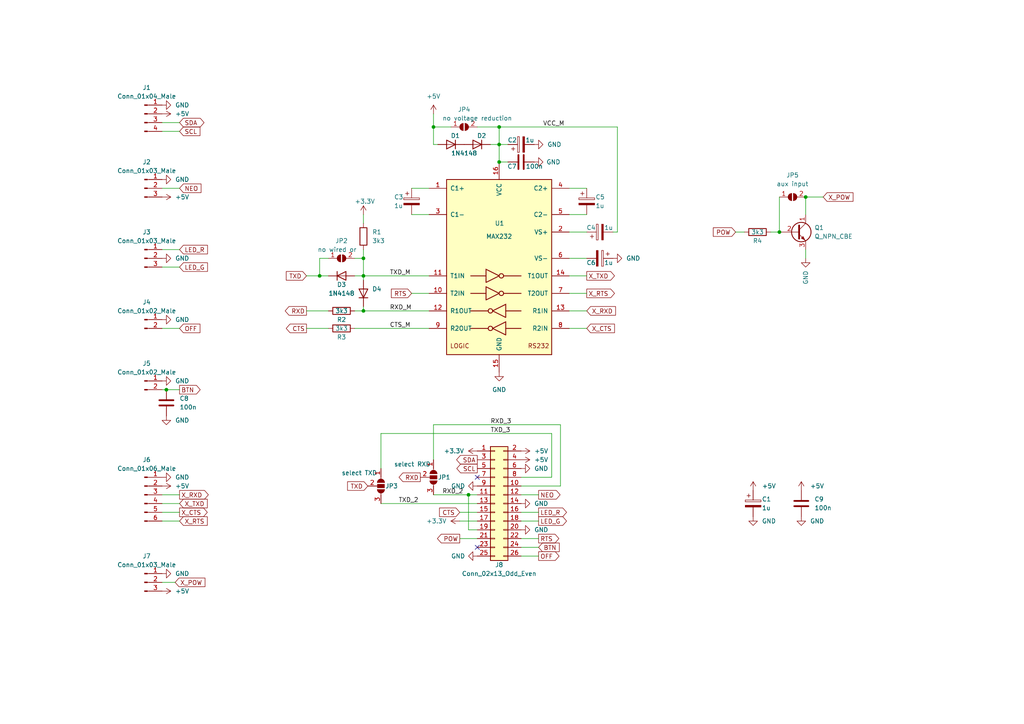
<source format=kicad_sch>
(kicad_sch (version 20211123) (generator eeschema)
  (paper "A4")
  (title_block (title "piTelex V.10 Interface for RPi") (date "2023-02-07") (rev "V1.0.0 -JK-") (company "https://github.com/fablab-wue/piTelex") (comment 1 "CC-SA-BY"))
  (lib_symbols
    (symbol "Connector:Conn_01x02_Male" (pin_names (offset 1.016) hide)
      (property "Reference" "J" (at 0 2.54 0))
      (property "Value" "Conn_01x02_Male" (at 0 -5.08 0))
      (symbol "Conn_01x02_Male_1_1"
        (polyline (pts (xy 1.27 -2.54) (xy 0.8636 -2.54)) (stroke (width 0.1524)))
        (polyline (pts (xy 1.27 0) (xy 0.8636 0)) (stroke (width 0.1524)))
        (rectangle (start 0.8636 -2.413) (end 0 -2.667) (stroke (width 0.1524)) (fill (type outline)))
        (rectangle (start 0.8636 0.127) (end 0 -0.127) (stroke (width 0.1524)) (fill (type outline)))
        (pin passive line (at 5.08 0 180) (length 3.81) (name "Pin_1") (number "1"))
        (pin passive line (at 5.08 -2.54 180) (length 3.81) (name "Pin_2") (number "2"))
      )
    )
    (symbol "Connector:Conn_01x03_Male" (pin_names (offset 1.016) hide)
      (property "Reference" "J" (at 0 5.08 0))
      (property "Value" "Conn_01x03_Male" (at 0 -5.08 0))
      (symbol "Conn_01x03_Male_1_1"
        (polyline (pts (xy 1.27 -2.54) (xy 0.8636 -2.54)) (stroke (width 0.1524)))
        (polyline (pts (xy 1.27 0) (xy 0.8636 0)) (stroke (width 0.1524)))
        (polyline (pts (xy 1.27 2.54) (xy 0.8636 2.54)) (stroke (width 0.1524)))
        (rectangle (start 0.8636 -2.413) (end 0 -2.667) (stroke (width 0.1524)) (fill (type outline)))
        (rectangle (start 0.8636 0.127) (end 0 -0.127) (stroke (width 0.1524)) (fill (type outline)))
        (rectangle (start 0.8636 2.667) (end 0 2.413) (stroke (width 0.1524)) (fill (type outline)))
        (pin passive line (at 5.08 2.54 180) (length 3.81) (name "Pin_1") (number "1"))
        (pin passive line (at 5.08 0 180) (length 3.81) (name "Pin_2") (number "2"))
        (pin passive line (at 5.08 -2.54 180) (length 3.81) (name "Pin_3") (number "3"))
      )
    )
    (symbol "Connector:Conn_01x04_Male" (pin_names (offset 1.016) hide)
      (property "Reference" "J" (at 0 5.08 0))
      (property "Value" "Conn_01x04_Male" (at 0 -7.62 0))
      (symbol "Conn_01x04_Male_1_1"
        (polyline (pts (xy 1.27 -5.08) (xy 0.8636 -5.08)) (stroke (width 0.1524)))
        (polyline (pts (xy 1.27 -2.54) (xy 0.8636 -2.54)) (stroke (width 0.1524)))
        (polyline (pts (xy 1.27 0) (xy 0.8636 0)) (stroke (width 0.1524)))
        (polyline (pts (xy 1.27 2.54) (xy 0.8636 2.54)) (stroke (width 0.1524)))
        (rectangle (start 0.8636 -4.953) (end 0 -5.207) (stroke (width 0.1524)) (fill (type outline)))
        (rectangle (start 0.8636 -2.413) (end 0 -2.667) (stroke (width 0.1524)) (fill (type outline)))
        (rectangle (start 0.8636 0.127) (end 0 -0.127) (stroke (width 0.1524)) (fill (type outline)))
        (rectangle (start 0.8636 2.667) (end 0 2.413) (stroke (width 0.1524)) (fill (type outline)))
        (pin passive line (at 5.08 2.54 180) (length 3.81) (name "Pin_1") (number "1"))
        (pin passive line (at 5.08 0 180) (length 3.81) (name "Pin_2") (number "2"))
        (pin passive line (at 5.08 -2.54 180) (length 3.81) (name "Pin_3") (number "3"))
        (pin passive line (at 5.08 -5.08 180) (length 3.81) (name "Pin_4") (number "4"))
      )
    )
    (symbol "Connector:Conn_01x06_Male" (pin_names (offset 1.016) hide)
      (property "Reference" "J" (at 0 7.62 0))
      (property "Value" "Conn_01x06_Male" (at 0 -10.16 0))
      (symbol "Conn_01x06_Male_1_1"
        (polyline (pts (xy 1.27 -7.62) (xy 0.8636 -7.62)) (stroke (width 0.1524)))
        (polyline (pts (xy 1.27 -5.08) (xy 0.8636 -5.08)) (stroke (width 0.1524)))
        (polyline (pts (xy 1.27 -2.54) (xy 0.8636 -2.54)) (stroke (width 0.1524)))
        (polyline (pts (xy 1.27 0) (xy 0.8636 0)) (stroke (width 0.1524)))
        (polyline (pts (xy 1.27 2.54) (xy 0.8636 2.54)) (stroke (width 0.1524)))
        (polyline (pts (xy 1.27 5.08) (xy 0.8636 5.08)) (stroke (width 0.1524)))
        (rectangle (start 0.8636 -7.493) (end 0 -7.747) (stroke (width 0.1524)) (fill (type outline)))
        (rectangle (start 0.8636 -4.953) (end 0 -5.207) (stroke (width 0.1524)) (fill (type outline)))
        (rectangle (start 0.8636 -2.413) (end 0 -2.667) (stroke (width 0.1524)) (fill (type outline)))
        (rectangle (start 0.8636 0.127) (end 0 -0.127) (stroke (width 0.1524)) (fill (type outline)))
        (rectangle (start 0.8636 2.667) (end 0 2.413) (stroke (width 0.1524)) (fill (type outline)))
        (rectangle (start 0.8636 5.207) (end 0 4.953) (stroke (width 0.1524)) (fill (type outline)))
        (pin passive line (at 5.08 5.08 180) (length 3.81) (name "Pin_1") (number "1"))
        (pin passive line (at 5.08 2.54 180) (length 3.81) (name "Pin_2") (number "2"))
        (pin passive line (at 5.08 0 180) (length 3.81) (name "Pin_3") (number "3"))
        (pin passive line (at 5.08 -2.54 180) (length 3.81) (name "Pin_4") (number "4"))
        (pin passive line (at 5.08 -5.08 180) (length 3.81) (name "Pin_5") (number "5"))
        (pin passive line (at 5.08 -7.62 180) (length 3.81) (name "Pin_6") (number "6"))
      )
    )
    (symbol "Connector_Generic:Conn_02x13_Odd_Even" (pin_names (offset 1.016) hide)
      (property "Reference" "J" (at 1.27 17.78 0))
      (property "Value" "Conn_02x13_Odd_Even" (at 1.27 -17.78 0))
      (symbol "Conn_02x13_Odd_Even_1_1"
        (rectangle (start -1.27 -15.113) (end 0 -15.367) (stroke (width 0.1524)))
        (rectangle (start -1.27 -12.573) (end 0 -12.827) (stroke (width 0.1524)))
        (rectangle (start -1.27 -10.033) (end 0 -10.287) (stroke (width 0.1524)))
        (rectangle (start -1.27 -7.493) (end 0 -7.747) (stroke (width 0.1524)))
        (rectangle (start -1.27 -4.953) (end 0 -5.207) (stroke (width 0.1524)))
        (rectangle (start -1.27 -2.413) (end 0 -2.667) (stroke (width 0.1524)))
        (rectangle (start -1.27 0.127) (end 0 -0.127) (stroke (width 0.1524)))
        (rectangle (start -1.27 2.667) (end 0 2.413) (stroke (width 0.1524)))
        (rectangle (start -1.27 5.207) (end 0 4.953) (stroke (width 0.1524)))
        (rectangle (start -1.27 7.747) (end 0 7.493) (stroke (width 0.1524)))
        (rectangle (start -1.27 10.287) (end 0 10.033) (stroke (width 0.1524)))
        (rectangle (start -1.27 12.827) (end 0 12.573) (stroke (width 0.1524)))
        (rectangle (start -1.27 15.367) (end 0 15.113) (stroke (width 0.1524)))
        (rectangle (start -1.27 16.51) (end 3.81 -16.51) (stroke (width 0.254)) (fill (type background)))
        (rectangle (start 3.81 -15.113) (end 2.54 -15.367) (stroke (width 0.1524)))
        (rectangle (start 3.81 -12.573) (end 2.54 -12.827) (stroke (width 0.1524)))
        (rectangle (start 3.81 -10.033) (end 2.54 -10.287) (stroke (width 0.1524)))
        (rectangle (start 3.81 -7.493) (end 2.54 -7.747) (stroke (width 0.1524)))
        (rectangle (start 3.81 -4.953) (end 2.54 -5.207) (stroke (width 0.1524)))
        (rectangle (start 3.81 -2.413) (end 2.54 -2.667) (stroke (width 0.1524)))
        (rectangle (start 3.81 0.127) (end 2.54 -0.127) (stroke (width 0.1524)))
        (rectangle (start 3.81 2.667) (end 2.54 2.413) (stroke (width 0.1524)))
        (rectangle (start 3.81 5.207) (end 2.54 4.953) (stroke (width 0.1524)))
        (rectangle (start 3.81 7.747) (end 2.54 7.493) (stroke (width 0.1524)))
        (rectangle (start 3.81 10.287) (end 2.54 10.033) (stroke (width 0.1524)))
        (rectangle (start 3.81 12.827) (end 2.54 12.573) (stroke (width 0.1524)))
        (rectangle (start 3.81 15.367) (end 2.54 15.113) (stroke (width 0.1524)))
        (pin passive line (at -5.08 15.24 0) (length 3.81) (name "Pin_1") (number "1"))
        (pin passive line (at 7.62 5.08 180) (length 3.81) (name "Pin_10") (number "10"))
        (pin passive line (at -5.08 2.54 0) (length 3.81) (name "Pin_11") (number "11"))
        (pin passive line (at 7.62 2.54 180) (length 3.81) (name "Pin_12") (number "12"))
        (pin passive line (at -5.08 0 0) (length 3.81) (name "Pin_13") (number "13"))
        (pin passive line (at 7.62 0 180) (length 3.81) (name "Pin_14") (number "14"))
        (pin passive line (at -5.08 -2.54 0) (length 3.81) (name "Pin_15") (number "15"))
        (pin passive line (at 7.62 -2.54 180) (length 3.81) (name "Pin_16") (number "16"))
        (pin passive line (at -5.08 -5.08 0) (length 3.81) (name "Pin_17") (number "17"))
        (pin passive line (at 7.62 -5.08 180) (length 3.81) (name "Pin_18") (number "18"))
        (pin passive line (at -5.08 -7.62 0) (length 3.81) (name "Pin_19") (number "19"))
        (pin passive line (at 7.62 15.24 180) (length 3.81) (name "Pin_2") (number "2"))
        (pin passive line (at 7.62 -7.62 180) (length 3.81) (name "Pin_20") (number "20"))
        (pin passive line (at -5.08 -10.16 0) (length 3.81) (name "Pin_21") (number "21"))
        (pin passive line (at 7.62 -10.16 180) (length 3.81) (name "Pin_22") (number "22"))
        (pin passive line (at -5.08 -12.7 0) (length 3.81) (name "Pin_23") (number "23"))
        (pin passive line (at 7.62 -12.7 180) (length 3.81) (name "Pin_24") (number "24"))
        (pin passive line (at -5.08 -15.24 0) (length 3.81) (name "Pin_25") (number "25"))
        (pin passive line (at 7.62 -15.24 180) (length 3.81) (name "Pin_26") (number "26"))
        (pin passive line (at -5.08 12.7 0) (length 3.81) (name "Pin_3") (number "3"))
        (pin passive line (at 7.62 12.7 180) (length 3.81) (name "Pin_4") (number "4"))
        (pin passive line (at -5.08 10.16 0) (length 3.81) (name "Pin_5") (number "5"))
        (pin passive line (at 7.62 10.16 180) (length 3.81) (name "Pin_6") (number "6"))
        (pin passive line (at -5.08 7.62 0) (length 3.81) (name "Pin_7") (number "7"))
        (pin passive line (at 7.62 7.62 180) (length 3.81) (name "Pin_8") (number "8"))
        (pin passive line (at -5.08 5.08 0) (length 3.81) (name "Pin_9") (number "9"))
      )
    )
    (symbol "Device:C" (pin_numbers hide) (pin_names (offset 0.254))
      (property "Reference" "C" (at 0.635 2.54 0))
      (property "Value" "C" (at 0.635 -2.54 0))
      (symbol "C_0_1"
        (polyline (pts (xy -2.032 -0.762) (xy 2.032 -0.762)) (stroke (width 0.508)))
        (polyline (pts (xy -2.032 0.762) (xy 2.032 0.762)) (stroke (width 0.508)))
      )
      (symbol "C_1_1"
        (pin passive line (at 0 3.81 270) (length 2.794) (name "~") (number "1"))
        (pin passive line (at 0 -3.81 90) (length 2.794) (name "~") (number "2"))
      )
    )
    (symbol "Device:C_Polarized" (pin_numbers hide) (pin_names (offset 0.254))
      (property "Reference" "C" (at 0.635 2.54 0))
      (property "Value" "C_Polarized" (at 0.635 -2.54 0))
      (symbol "C_Polarized_0_1"
        (rectangle (start -2.286 0.508) (end 2.286 1.016))
        (polyline (pts (xy -1.778 2.286) (xy -0.762 2.286)))
        (polyline (pts (xy -1.27 2.794) (xy -1.27 1.778)))
        (rectangle (start 2.286 -0.508) (end -2.286 -1.016) (fill (type outline)))
      )
      (symbol "C_Polarized_1_1"
        (pin passive line (at 0 3.81 270) (length 2.794) (name "~") (number "1"))
        (pin passive line (at 0 -3.81 90) (length 2.794) (name "~") (number "2"))
      )
    )
    (symbol "Device:Q_NPN_CBE" (pin_names (offset 0) hide)
      (property "Reference" "Q" (at 5.08 1.27 0))
      (property "Value" "Q_NPN_CBE" (at 5.08 -1.27 0))
      (symbol "Q_NPN_CBE_0_1"
        (polyline (pts (xy 0.635 0.635) (xy 2.54 2.54)))
        (polyline (pts (xy 0.635 -0.635) (xy 2.54 -2.54) (xy 2.54 -2.54)))
        (polyline (pts (xy 0.635 1.905) (xy 0.635 -1.905) (xy 0.635 -1.905)) (stroke (width 0.508)))
        (polyline (pts (xy 1.27 -1.778) (xy 1.778 -1.27) (xy 2.286 -2.286) (xy 1.27 -1.778) (xy 1.27 -1.778)) (fill (type outline)))
        (circle (center 1.27 0) (radius 2.8194) (stroke (width 0.254)))
      )
      (symbol "Q_NPN_CBE_1_1"
        (pin passive line (at 2.54 5.08 270) (length 2.54) (name "C") (number "1"))
        (pin input line (at -5.08 0 0) (length 5.715) (name "B") (number "2"))
        (pin passive line (at 2.54 -5.08 90) (length 2.54) (name "E") (number "3"))
      )
    )
    (symbol "Device:R" (pin_numbers hide) (pin_names (offset 0))
      (property "Reference" "R" (at 2.032 0 90))
      (property "Value" "R" (at 0 0 90))
      (symbol "R_0_1"
        (rectangle (start -1.016 -2.54) (end 1.016 2.54) (stroke (width 0.254)))
      )
      (symbol "R_1_1"
        (pin passive line (at 0 3.81 270) (length 1.27) (name "~") (number "1"))
        (pin passive line (at 0 -3.81 90) (length 1.27) (name "~") (number "2"))
      )
    )
    (symbol "Diode:1N4148" (pin_numbers hide) (pin_names hide)
      (property "Reference" "D" (at 0 2.54 0))
      (property "Value" "1N4148" (at 0 -2.54 0))
      (symbol "1N4148_0_1"
        (polyline (pts (xy -1.27 1.27) (xy -1.27 -1.27)) (stroke (width 0.254)))
        (polyline (pts (xy 1.27 0) (xy -1.27 0)))
        (polyline (pts (xy 1.27 1.27) (xy 1.27 -1.27) (xy -1.27 0) (xy 1.27 1.27)) (stroke (width 0.254)))
      )
      (symbol "1N4148_1_1"
        (pin passive line (at -3.81 0 0) (length 2.54) (name "K") (number "1"))
        (pin passive line (at 3.81 0 180) (length 2.54) (name "A") (number "2"))
      )
    )
    (symbol "Interface_UART:MAX232" (pin_names (offset 1.016))
      (property "Reference" "U" (at -2.54 28.575 0))
      (property "Value" "MAX232" (at -2.54 26.67 0))
      (symbol "MAX232_0_0"
        (text "LOGIC" (at -11.43 -22.86 0) (effects (font (size 1.27 1.27))))
        (text "RS232" (at 11.43 -22.86 0) (effects (font (size 1.27 1.27))))
      )
      (symbol "MAX232_0_1"
        (rectangle (start -15.24 -25.4) (end 15.24 25.4) (stroke (width 0.254)) (fill (type background)))
        (circle (center -2.54 -17.78) (radius 0.635) (stroke (width 0.254)))
        (circle (center -2.54 -12.7) (radius 0.635) (stroke (width 0.254)))
        (polyline (pts (xy -3.81 -7.62) (xy -8.255 -7.62)) (stroke (width 0.254)))
        (polyline (pts (xy -3.81 -2.54) (xy -8.255 -2.54)) (stroke (width 0.254)))
        (polyline (pts (xy -3.175 -17.78) (xy -8.255 -17.78)) (stroke (width 0.254)))
        (polyline (pts (xy -3.175 -12.7) (xy -8.255 -12.7)) (stroke (width 0.254)))
        (polyline (pts (xy 1.27 -7.62) (xy 6.35 -7.62)) (stroke (width 0.254)))
        (polyline (pts (xy 1.27 -2.54) (xy 6.35 -2.54)) (stroke (width 0.254)))
        (polyline (pts (xy 1.905 -17.78) (xy 6.35 -17.78)) (stroke (width 0.254)))
        (polyline (pts (xy 1.905 -12.7) (xy 6.35 -12.7)) (stroke (width 0.254)))
        (polyline (pts (xy -3.81 -5.715) (xy -3.81 -9.525) (xy 0 -7.62) (xy -3.81 -5.715)) (stroke (width 0.254)))
        (polyline (pts (xy -3.81 -0.635) (xy -3.81 -4.445) (xy 0 -2.54) (xy -3.81 -0.635)) (stroke (width 0.254)))
        (polyline (pts (xy 1.905 -15.875) (xy 1.905 -19.685) (xy -1.905 -17.78) (xy 1.905 -15.875)) (stroke (width 0.254)))
        (polyline (pts (xy 1.905 -10.795) (xy 1.905 -14.605) (xy -1.905 -12.7) (xy 1.905 -10.795)) (stroke (width 0.254)))
        (circle (center 0.635 -7.62) (radius 0.635) (stroke (width 0.254)))
        (circle (center 0.635 -2.54) (radius 0.635) (stroke (width 0.254)))
      )
      (symbol "MAX232_1_1"
        (pin passive line (at -20.32 22.86 0) (length 5.08) (name "C1+") (number "1"))
        (pin input line (at -20.32 -7.62 0) (length 5.08) (name "T2IN") (number "10"))
        (pin input line (at -20.32 -2.54 0) (length 5.08) (name "T1IN") (number "11"))
        (pin output line (at -20.32 -12.7 0) (length 5.08) (name "R1OUT") (number "12"))
        (pin input line (at 20.32 -12.7 180) (length 5.08) (name "R1IN") (number "13"))
        (pin output line (at 20.32 -2.54 180) (length 5.08) (name "T1OUT") (number "14"))
        (pin power_in line (at 0 -30.48 90) (length 5.08) (name "GND") (number "15"))
        (pin power_in line (at 0 30.48 270) (length 5.08) (name "VCC") (number "16"))
        (pin power_out line (at 20.32 10.16 180) (length 5.08) (name "VS+") (number "2"))
        (pin passive line (at -20.32 15.24 0) (length 5.08) (name "C1-") (number "3"))
        (pin passive line (at 20.32 22.86 180) (length 5.08) (name "C2+") (number "4"))
        (pin passive line (at 20.32 15.24 180) (length 5.08) (name "C2-") (number "5"))
        (pin power_out line (at 20.32 2.54 180) (length 5.08) (name "VS-") (number "6"))
        (pin output line (at 20.32 -7.62 180) (length 5.08) (name "T2OUT") (number "7"))
        (pin input line (at 20.32 -17.78 180) (length 5.08) (name "R2IN") (number "8"))
        (pin output line (at -20.32 -17.78 0) (length 5.08) (name "R2OUT") (number "9"))
      )
    )
    (symbol "Jumper:SolderJumper_2_Open" (pin_names (offset 0) hide)
      (property "Reference" "JP" (at 0 2.032 0))
      (property "Value" "SolderJumper_2_Open" (at 0 -2.54 0))
      (symbol "SolderJumper_2_Open_0_1"
        (arc (start -0.254 1.016) (mid -1.27 0) (end -0.254 -1.016))
        (arc (start -0.254 1.016) (mid -1.27 0) (end -0.254 -1.016) (fill (type outline)))
        (polyline (pts (xy -0.254 1.016) (xy -0.254 -1.016)))
        (polyline (pts (xy 0.254 1.016) (xy 0.254 -1.016)))
        (arc (start 0.254 -1.016) (mid 1.27 0) (end 0.254 1.016))
        (arc (start 0.254 -1.016) (mid 1.27 0) (end 0.254 1.016) (fill (type outline)))
      )
      (symbol "SolderJumper_2_Open_1_1"
        (pin passive line (at -3.81 0 0) (length 2.54) (name "A") (number "1"))
        (pin passive line (at 3.81 0 180) (length 2.54) (name "B") (number "2"))
      )
    )
    (symbol "Jumper:SolderJumper_3_Open" (pin_names (offset 0) hide)
      (property "Reference" "JP" (at -2.54 -2.54 0))
      (property "Value" "SolderJumper_3_Open" (at 0 2.794 0))
      (symbol "SolderJumper_3_Open_0_1"
        (arc (start -1.016 1.016) (mid -2.032 0) (end -1.016 -1.016))
        (arc (start -1.016 1.016) (mid -2.032 0) (end -1.016 -1.016) (fill (type outline)))
        (rectangle (start -0.508 1.016) (end 0.508 -1.016) (fill (type outline)))
        (polyline (pts (xy -2.54 0) (xy -2.032 0)))
        (polyline (pts (xy -1.016 1.016) (xy -1.016 -1.016)))
        (polyline (pts (xy 0 -1.27) (xy 0 -1.016)))
        (polyline (pts (xy 1.016 1.016) (xy 1.016 -1.016)))
        (polyline (pts (xy 2.54 0) (xy 2.032 0)))
        (arc (start 1.016 -1.016) (mid 2.032 0) (end 1.016 1.016))
        (arc (start 1.016 -1.016) (mid 2.032 0) (end 1.016 1.016) (fill (type outline)))
      )
      (symbol "SolderJumper_3_Open_1_1"
        (pin passive line (at -5.08 0 0) (length 2.54) (name "A") (number "1"))
        (pin passive line (at 0 -3.81 90) (length 2.54) (name "C") (number "2"))
        (pin passive line (at 5.08 0 180) (length 2.54) (name "B") (number "3"))
      )
    )
    (symbol "power:+3.3V" (power) (pin_names (offset 0))
      (property "Value" "+3.3V" (at 0 3.556 0))
      (symbol "+3.3V_0_1"
        (polyline (pts (xy -0.762 1.27) (xy 0 2.54)))
        (polyline (pts (xy 0 0) (xy 0 2.54)))
        (polyline (pts (xy 0 2.54) (xy 0.762 1.27)))
      )
      (symbol "+3.3V_1_1"
        (pin power_in line (at 0 0 90) (length 0) hide (name "+3.3V") (number "1"))
      )
    )
    (symbol "power:+5V" (power) (pin_names (offset 0))
      (property "Value" "+5V" (at 0 3.556 0))
      (symbol "+5V_0_1"
        (polyline (pts (xy -0.762 1.27) (xy 0 2.54)))
        (polyline (pts (xy 0 0) (xy 0 2.54)))
        (polyline (pts (xy 0 2.54) (xy 0.762 1.27)))
      )
      (symbol "+5V_1_1"
        (pin power_in line (at 0 0 90) (length 0) hide (name "+5V") (number "1"))
      )
    )
    (symbol "power:GND" (power) (pin_names (offset 0))
      (property "Value" "GND" (at 0 -3.81 0))
      (symbol "GND_0_1"
        (polyline (pts (xy 0 0) (xy 0 -1.27) (xy 1.27 -1.27) (xy 0 -2.54) (xy -1.27 -1.27) (xy 0 -1.27)))
      )
      (symbol "GND_1_1"
        (pin power_in line (at 0 0 270) (length 0) hide (name "GND") (number "1"))
      )
    )
  )
  (junction (at 144.78 41.91))
  (junction (at 233.68 57.15))
  (junction (at 105.41 74.93))
  (junction (at 135.89 143.51))
  (junction (at 105.41 80.01))
  (junction (at 48.26 113.03))
  (junction (at 144.78 36.83))
  (junction (at 105.41 90.17))
  (junction (at 226.06 67.31))
  (junction (at 92.71 80.01))
  (junction (at 125.73 36.83))
  (junction (at 144.78 46.99))
  (no_connect (at 138.43 138.43))
  (no_connect (at 138.43 158.75))
  (wire (pts (xy 105.41 74.93) (xy 105.41 80.01)))
  (wire (pts (xy 165.1 85.09) (xy 170.18 85.09)))
  (wire (pts (xy 165.1 67.31) (xy 170.18 67.31)))
  (wire (pts (xy 46.99 143.51) (xy 52.07 143.51)))
  (wire (pts (xy 46.99 168.91) (xy 50.8 168.91)))
  (wire (pts (xy 102.87 74.93) (xy 105.41 74.93)))
  (wire (pts (xy 127 41.91) (xy 125.73 41.91)))
  (wire (pts (xy 125.73 143.51) (xy 135.89 143.51)))
  (wire (pts (xy 125.73 41.91) (xy 125.73 36.83)))
  (wire (pts (xy 151.13 151.13) (xy 156.21 151.13)))
  (wire (pts (xy 46.99 148.59) (xy 52.07 148.59)))
  (wire (pts (xy 88.9 95.25) (xy 95.25 95.25)))
  (wire (pts (xy 48.26 113.03) (xy 52.07 113.03)))
  (wire (pts (xy 133.35 151.13) (xy 138.43 151.13)))
  (wire (pts (xy 144.78 41.91) (xy 147.32 41.91)))
  (wire (pts (xy 177.8 67.31) (xy 179.07 67.31)))
  (wire (pts (xy 105.41 62.23) (xy 105.41 64.77)))
  (wire (pts (xy 162.56 140.97) (xy 151.13 140.97)))
  (wire (pts (xy 135.89 143.51) (xy 138.43 143.51)))
  (wire (pts (xy 125.73 36.83) (xy 125.73 33.02)))
  (wire (pts (xy 46.99 54.61) (xy 52.07 54.61)))
  (wire (pts (xy 151.13 161.29) (xy 156.21 161.29)))
  (wire (pts (xy 110.49 146.05) (xy 138.43 146.05)))
  (wire (pts (xy 165.1 54.61) (xy 170.18 54.61)))
  (wire (pts (xy 165.1 74.93) (xy 170.18 74.93)))
  (wire (pts (xy 125.73 36.83) (xy 130.81 36.83)))
  (wire (pts (xy 144.78 41.91) (xy 144.78 46.99)))
  (wire (pts (xy 102.87 80.01) (xy 105.41 80.01)))
  (wire (pts (xy 92.71 74.93) (xy 92.71 80.01)))
  (wire (pts (xy 151.13 148.59) (xy 156.21 148.59)))
  (wire (pts (xy 102.87 90.17) (xy 105.41 90.17)))
  (wire (pts (xy 144.78 36.83) (xy 144.78 41.91)))
  (wire (pts (xy 46.99 113.03) (xy 48.26 113.03)))
  (wire (pts (xy 151.13 156.21) (xy 156.21 156.21)))
  (wire (pts (xy 138.43 36.83) (xy 144.78 36.83)))
  (wire (pts (xy 233.68 74.93) (xy 233.68 72.39)))
  (wire (pts (xy 233.68 57.15) (xy 233.68 62.23)))
  (wire (pts (xy 46.99 151.13) (xy 52.07 151.13)))
  (wire (pts (xy 119.38 85.09) (xy 124.46 85.09)))
  (wire (pts (xy 165.1 95.25) (xy 170.18 95.25)))
  (wire (pts (xy 105.41 80.01) (xy 105.41 81.28)))
  (wire (pts (xy 46.99 77.47) (xy 52.07 77.47)))
  (wire (pts (xy 165.1 90.17) (xy 170.18 90.17)))
  (wire (pts (xy 105.41 90.17) (xy 124.46 90.17)))
  (wire (pts (xy 105.41 80.01) (xy 124.46 80.01)))
  (wire (pts (xy 151.13 143.51) (xy 156.21 143.51)))
  (wire (pts (xy 119.38 54.61) (xy 124.46 54.61)))
  (wire (pts (xy 133.35 148.59) (xy 138.43 148.59)))
  (wire (pts (xy 46.99 146.05) (xy 52.07 146.05)))
  (wire (pts (xy 238.76 57.15) (xy 233.68 57.15)))
  (wire (pts (xy 226.06 57.15) (xy 226.06 67.31)))
  (wire (pts (xy 105.41 88.9) (xy 105.41 90.17)))
  (wire (pts (xy 125.73 123.19) (xy 125.73 133.35)))
  (wire (pts (xy 133.35 156.21) (xy 138.43 156.21)))
  (wire (pts (xy 92.71 74.93) (xy 95.25 74.93)))
  (wire (pts (xy 92.71 80.01) (xy 95.25 80.01)))
  (wire (pts (xy 179.07 36.83) (xy 179.07 67.31)))
  (wire (pts (xy 110.49 125.73) (xy 110.49 135.89)))
  (wire (pts (xy 142.24 41.91) (xy 144.78 41.91)))
  (wire (pts (xy 46.99 72.39) (xy 52.07 72.39)))
  (wire (pts (xy 125.73 123.19) (xy 162.56 123.19)))
  (wire (pts (xy 144.78 46.99) (xy 147.32 46.99)))
  (wire (pts (xy 151.13 158.75) (xy 156.21 158.75)))
  (wire (pts (xy 223.52 67.31) (xy 226.06 67.31)))
  (wire (pts (xy 151.13 138.43) (xy 160.02 138.43)))
  (wire (pts (xy 46.99 38.1) (xy 52.07 38.1)))
  (wire (pts (xy 162.56 123.19) (xy 162.56 140.97)))
  (wire (pts (xy 160.02 138.43) (xy 160.02 125.73)))
  (wire (pts (xy 165.1 80.01) (xy 170.18 80.01)))
  (wire (pts (xy 135.89 143.51) (xy 135.89 153.67)))
  (wire (pts (xy 135.89 153.67) (xy 138.43 153.67)))
  (wire (pts (xy 179.07 36.83) (xy 144.78 36.83)))
  (wire (pts (xy 88.9 80.01) (xy 92.71 80.01)))
  (wire (pts (xy 46.99 35.56) (xy 52.07 35.56)))
  (wire (pts (xy 105.41 72.39) (xy 105.41 74.93)))
  (wire (pts (xy 213.36 67.31) (xy 215.9 67.31)))
  (wire (pts (xy 102.87 95.25) (xy 124.46 95.25)))
  (wire (pts (xy 46.99 95.25) (xy 52.07 95.25)))
  (wire (pts (xy 88.9 90.17) (xy 95.25 90.17)))
  (wire (pts (xy 165.1 62.23) (xy 170.18 62.23)))
  (wire (pts (xy 119.38 62.23) (xy 124.46 62.23)))
  (wire (pts (xy 160.02 125.73) (xy 110.49 125.73)))
  (label "RXD_3" (at 142.24 123.19 0))
  (label "VCC_M" (at 157.48 36.83 0))
  (label "RXD_M" (at 113.03 90.17 0))
  (label "RXD_2" (at 128.27 143.51 0))
  (label "TXD_2" (at 115.57 146.05 0))
  (label "CTS_M" (at 113.03 95.25 0))
  (label "TXD_M" (at 113.03 80.01 0))
  (label "TXD_3" (at 142.24 125.73 0))
  (global_label "RXD" (shape output) (at 88.9 90.17 180) (property "Intersheet References" "${INTERSHEET_REFS}" (effects hide)))
  (global_label "RTS" (shape input) (at 119.38 85.09 180) (property "Intersheet References" "${INTERSHEET_REFS}" (effects hide)))
  (global_label "NEO" (shape output) (at 156.21 143.51 0) (property "Intersheet References" "${INTERSHEET_REFS}" (effects hide)))
  (global_label "X_RTS" (shape input) (at 52.07 151.13 0) (property "Intersheet References" "${INTERSHEET_REFS}" (effects hide)))
  (global_label "SDA" (shape output) (at 138.43 133.35 180) (property "Intersheet References" "${INTERSHEET_REFS}" (effects hide)))
  (global_label "X_POW" (shape input) (at 50.8 168.91 0) (property "Intersheet References" "${INTERSHEET_REFS}" (effects hide)))
  (global_label "X_RTS" (shape output) (at 170.18 85.09 0) (property "Intersheet References" "${INTERSHEET_REFS}" (effects hide)))
  (global_label "X_TXD" (shape input) (at 52.07 146.05 0) (property "Intersheet References" "${INTERSHEET_REFS}" (effects hide)))
  (global_label "LED_R" (shape output) (at 156.21 148.59 0) (property "Intersheet References" "${INTERSHEET_REFS}" (effects hide)))
  (global_label "SDA" (shape bidirectional) (at 52.07 35.56 0) (property "Intersheet References" "${INTERSHEET_REFS}" (effects hide)))
  (global_label "NEO" (shape input) (at 52.07 54.61 0) (property "Intersheet References" "${INTERSHEET_REFS}" (effects hide)))
  (global_label "X_CTS" (shape output) (at 52.07 148.59 0) (property "Intersheet References" "${INTERSHEET_REFS}" (effects hide)))
  (global_label "RXD" (shape output) (at 121.92 138.43 180) (property "Intersheet References" "${INTERSHEET_REFS}" (effects hide)))
  (global_label "LED_R" (shape input) (at 52.07 72.39 0) (property "Intersheet References" "${INTERSHEET_REFS}" (effects hide)))
  (global_label "CTS" (shape input) (at 133.35 148.59 180) (property "Intersheet References" "${INTERSHEET_REFS}" (effects hide)))
  (global_label "OFF" (shape input) (at 52.07 95.25 0) (property "Intersheet References" "${INTERSHEET_REFS}" (effects hide)))
  (global_label "LED_G" (shape input) (at 52.07 77.47 0) (property "Intersheet References" "${INTERSHEET_REFS}" (effects hide)))
  (global_label "X_RXD" (shape input) (at 170.18 90.17 0) (property "Intersheet References" "${INTERSHEET_REFS}" (effects hide)))
  (global_label "SCL" (shape input) (at 52.07 38.1 0) (property "Intersheet References" "${INTERSHEET_REFS}" (effects hide)))
  (global_label "X_POW" (shape input) (at 238.76 57.15 0) (property "Intersheet References" "${INTERSHEET_REFS}" (effects hide)))
  (global_label "CTS" (shape output) (at 88.9 95.25 180) (property "Intersheet References" "${INTERSHEET_REFS}" (effects hide)))
  (global_label "OFF" (shape output) (at 156.21 161.29 0) (property "Intersheet References" "${INTERSHEET_REFS}" (effects hide)))
  (global_label "TXD" (shape input) (at 106.68 140.97 180) (property "Intersheet References" "${INTERSHEET_REFS}" (effects hide)))
  (global_label "LED_G" (shape output) (at 156.21 151.13 0) (property "Intersheet References" "${INTERSHEET_REFS}" (effects hide)))
  (global_label "BTN" (shape output) (at 52.07 113.03 0) (property "Intersheet References" "${INTERSHEET_REFS}" (effects hide)))
  (global_label "POW" (shape input) (at 213.36 67.31 180) (property "Intersheet References" "${INTERSHEET_REFS}" (effects hide)))
  (global_label "RTS" (shape output) (at 156.21 156.21 0) (property "Intersheet References" "${INTERSHEET_REFS}" (effects hide)))
  (global_label "TXD" (shape input) (at 88.9 80.01 180) (property "Intersheet References" "${INTERSHEET_REFS}" (effects hide)))
  (global_label "SCL" (shape output) (at 138.43 135.89 180) (property "Intersheet References" "${INTERSHEET_REFS}" (effects hide)))
  (global_label "X_TXD" (shape output) (at 170.18 80.01 0) (property "Intersheet References" "${INTERSHEET_REFS}" (effects hide)))
  (global_label "POW" (shape output) (at 133.35 156.21 180) (property "Intersheet References" "${INTERSHEET_REFS}" (effects hide)))
  (global_label "X_CTS" (shape input) (at 170.18 95.25 0) (property "Intersheet References" "${INTERSHEET_REFS}" (effects hide)))
  (global_label "BTN" (shape input) (at 156.21 158.75 0) (property "Intersheet References" "${INTERSHEET_REFS}" (effects hide)))
  (global_label "X_RXD" (shape output) (at 52.07 143.51 0) (property "Intersheet References" "${INTERSHEET_REFS}" (effects hide)))
  (symbol (lib_id "Device:C") (at 151.13 46.99 90) (unit 1)
    (property "Reference" "C7" (at 149.86 48.26 90) (effects (justify left)))
    (property "Value" "100n" (at 157.48 48.26 90) (effects (justify left)))
    (property "Footprint" "Capacitor_THT:C_Disc_D3.4mm_W2.1mm_P2.50mm" (effects hide))
  )
  (symbol (lib_id "power:+5V") (at 46.99 140.97 270) (unit 1)
    (property "Reference" "#PWR018" (effects hide))
    (property "Value" "+5V" (at 50.8 140.9699 90) (effects (justify left)))
  )
  (symbol (lib_id "Diode:1N4148") (at 130.81 41.91 180) (unit 1)
    (property "Reference" "D1" (at 132.08 39.37 0))
    (property "Value" "1N4148" (at 134.62 44.45 0))
    (property "Footprint" "Diode_THT:D_DO-35_SOD27_P7.62mm_Horizontal" (effects hide))
    (property "Datasheet" "https://assets.nexperia.com/documents/data-sheet/1N4148_1N4448.pdf" (effects hide))
  )
  (symbol (lib_id "Jumper:SolderJumper_2_Open") (at 99.06 74.93 0) (unit 1)
    (property "Reference" "JP2" (at 99.06 69.85 0))
    (property "Value" "no wired or" (at 97.79 72.39 0))
    (property "Footprint" "Jumper:SolderJumper-2_P1.3mm_Open_Pad1.0x1.5mm" (effects hide))
  )
  (symbol (lib_id "power:GND") (at 151.13 146.05 90) (unit 1)
    (property "Reference" "#PWR010" (effects hide))
    (property "Value" "GND" (at 154.94 146.0499 90) (effects (justify right)))
  )
  (symbol (lib_id "Connector:Conn_01x03_Male") (at 41.91 54.61 0) (unit 1)
    (property "Reference" "J2" (at 42.545 46.99 0))
    (property "Value" "Conn_01x03_Male" (at 42.545 49.53 0))
    (property "Footprint" "Connector_PinHeader_2.54mm:PinHeader_1x03_P2.54mm_Vertical" (effects hide))
  )
  (symbol (lib_id "Diode:1N4148") (at 105.41 85.09 90) (unit 1)
    (property "Reference" "D4" (at 107.95 83.8199 90) (effects (justify right)))
    (property "Value" "1N4148" (at 95.25 85.09 90) (effects (justify right)))
    (property "Footprint" "Diode_THT:D_DO-35_SOD27_P7.62mm_Horizontal" (effects hide))
    (property "Datasheet" "https://assets.nexperia.com/documents/data-sheet/1N4148_1N4448.pdf" (effects hide))
  )
  (symbol (lib_id "Connector:Conn_01x06_Male") (at 41.91 143.51 0) (unit 1)
    (property "Reference" "J6" (at 42.545 133.35 0))
    (property "Value" "Conn_01x06_Male" (at 42.545 135.89 0))
    (property "Footprint" "Connector_PinHeader_2.54mm:PinHeader_1x06_P2.54mm_Vertical" (effects hide))
  )
  (symbol (lib_id "power:GND") (at 46.99 52.07 90) (unit 1)
    (property "Reference" "#PWR0107" (effects hide))
    (property "Value" "GND" (at 50.8 52.0699 90) (effects (justify right)))
  )
  (symbol (lib_id "Jumper:SolderJumper_2_Open") (at 229.87 57.15 0) (unit 1)
    (property "Reference" "JP5" (at 229.87 50.8 0))
    (property "Value" "aux input" (at 229.87 53.34 0))
    (property "Footprint" "Jumper:SolderJumper-2_P1.3mm_Open_Pad1.0x1.5mm" (effects hide))
  )
  (symbol (lib_id "Device:R") (at 99.06 90.17 90) (unit 1)
    (property "Reference" "R2" (at 99.06 92.71 90))
    (property "Value" "3k3" (at 99.06 90.17 90))
    (property "Footprint" "Resistor_THT:R_Axial_DIN0207_L6.3mm_D2.5mm_P10.16mm_Horizontal" (effects hide))
  )
  (symbol (lib_id "Device:R") (at 219.71 67.31 90) (unit 1)
    (property "Reference" "R4" (at 219.71 69.85 90))
    (property "Value" "3k3" (at 219.71 67.31 90))
    (property "Footprint" "Resistor_THT:R_Axial_DIN0207_L6.3mm_D2.5mm_P10.16mm_Horizontal" (effects hide))
  )
  (symbol (lib_id "power:GND") (at 177.8 74.93 90) (unit 1)
    (property "Reference" "#PWR014" (effects hide))
    (property "Value" "GND" (at 181.61 74.9299 90) (effects (justify right)))
  )
  (symbol (lib_id "power:GND") (at 48.26 120.65 0) (unit 1)
    (property "Reference" "#PWR0101" (effects hide))
    (property "Value" "GND" (at 50.8 121.9199 0) (effects (justify left)))
  )
  (symbol (lib_id "Connector:Conn_01x03_Male") (at 41.91 74.93 0) (unit 1)
    (property "Reference" "J3" (at 42.545 67.31 0))
    (property "Value" "Conn_01x03_Male" (at 42.545 69.85 0))
    (property "Footprint" "Connector_PinHeader_2.54mm:PinHeader_1x03_P2.54mm_Vertical" (effects hide))
  )
  (symbol (lib_id "Connector:Conn_01x03_Male") (at 41.91 168.91 0) (unit 1)
    (property "Reference" "J7" (at 42.545 161.29 0))
    (property "Value" "Conn_01x03_Male" (at 42.545 163.83 0))
    (property "Footprint" "Connector_PinHeader_2.54mm:PinHeader_1x03_P2.54mm_Vertical" (effects hide))
  )
  (symbol (lib_id "power:+5V") (at 151.13 133.35 270) (unit 1)
    (property "Reference" "#PWR08" (effects hide))
    (property "Value" "+5V" (at 154.94 133.3499 90) (effects (justify left)))
  )
  (symbol (lib_id "Diode:1N4148") (at 138.43 41.91 180) (unit 1)
    (property "Reference" "D2" (at 139.7 39.37 0))
    (property "Value" "1N4148" (at 134.62 44.45 0))
    (property "Footprint" "Diode_THT:D_DO-35_SOD27_P7.62mm_Horizontal" (effects hide))
    (property "Datasheet" "https://assets.nexperia.com/documents/data-sheet/1N4148_1N4448.pdf" (effects hide))
  )
  (symbol (lib_id "power:+5V") (at 46.99 171.45 270) (unit 1)
    (property "Reference" "#PWR022" (effects hide))
    (property "Value" "+5V" (at 50.8 171.4499 90) (effects (justify left)))
  )
  (symbol (lib_id "Device:C_Polarized") (at 218.44 146.05 0) (unit 1)
    (property "Reference" "C1" (at 220.98 144.78 0) (effects (justify left)))
    (property "Value" "1u" (at 220.98 147.32 0) (effects (justify left)))
    (property "Footprint" "Capacitor_THT:CP_Radial_D4.0mm_P2.00mm" (effects hide))
  )
  (symbol (lib_id "power:+5V") (at 218.44 142.24 0) (unit 1)
    (property "Reference" "#PWR015" (effects hide))
    (property "Value" "+5V" (at 220.98 140.9699 0) (effects (justify left)))
  )
  (symbol (lib_id "Device:C_Polarized") (at 173.99 67.31 90) (unit 1)
    (property "Reference" "C4" (at 171.45 66.04 90))
    (property "Value" "1u" (at 176.53 66.04 90))
    (property "Footprint" "Capacitor_THT:CP_Radial_D4.0mm_P2.00mm" (effects hide))
  )
  (symbol (lib_id "power:GND") (at 154.94 41.91 90) (unit 1)
    (property "Reference" "#PWR013" (effects hide))
    (property "Value" "GND" (at 158.75 41.9099 90) (effects (justify right)))
  )
  (symbol (lib_id "power:GND") (at 46.99 92.71 90) (unit 1)
    (property "Reference" "#PWR0108" (effects hide))
    (property "Value" "GND" (at 50.8 92.7099 90) (effects (justify right)))
  )
  (symbol (lib_id "power:+3.3V") (at 138.43 130.81 90) (unit 1)
    (property "Reference" "#PWR03" (effects hide))
    (property "Value" "+3.3V" (at 134.62 130.8099 90) (effects (justify left)))
  )
  (symbol (lib_id "power:GND") (at 138.43 161.29 270) (unit 1)
    (property "Reference" "#PWR06" (effects hide))
    (property "Value" "GND" (at 130.81 161.29 90) (effects (justify left)))
  )
  (symbol (lib_id "power:GND") (at 144.78 107.95 0) (unit 1)
    (property "Reference" "#PWR012" (effects hide))
    (property "Value" "GND" (at 144.78 113.03 0))
  )
  (symbol (lib_id "power:GND") (at 154.94 46.99 90) (unit 1)
    (property "Reference" "#PWR0102" (effects hide))
    (property "Value" "GND" (at 162.56 46.99 90) (effects (justify left)))
  )
  (symbol (lib_id "power:+5V") (at 46.99 57.15 270) (unit 1)
    (property "Reference" "#PWR0106" (effects hide))
    (property "Value" "+5V" (at 50.8 57.1499 90) (effects (justify left)))
  )
  (symbol (lib_id "power:GND") (at 46.99 30.48 90) (unit 1)
    (property "Reference" "#PWR0105" (effects hide))
    (property "Value" "GND" (at 50.8 30.4799 90) (effects (justify right)))
  )
  (symbol (lib_id "power:GND") (at 151.13 135.89 90) (unit 1)
    (property "Reference" "#PWR09" (effects hide))
    (property "Value" "GND" (at 154.94 135.8899 90) (effects (justify right)))
  )
  (symbol (lib_id "power:+5V") (at 232.41 142.24 0) (unit 1)
    (property "Reference" "#PWR0110" (effects hide))
    (property "Value" "+5V" (at 234.95 140.9699 0) (effects (justify left)))
  )
  (symbol (lib_id "power:GND") (at 46.99 74.93 90) (unit 1)
    (property "Reference" "#PWR0109" (effects hide))
    (property "Value" "GND" (at 50.8 74.9299 90) (effects (justify right)))
  )
  (symbol (lib_id "Interface_UART:MAX232") (at 144.78 77.47 0) (unit 1)
    (property "Reference" "U1" (at 143.51 64.77 0) (effects (justify left)))
    (property "Value" "MAX232" (at 140.97 68.58 0) (effects (justify left)))
    (property "Footprint" "Package_DIP:DIP-16_W7.62mm" (effects hide))
    (property "Datasheet" "http://www.ti.com/lit/ds/symlink/max232.pdf" (effects hide))
  )
  (symbol (lib_id "power:GND") (at 232.41 149.86 0) (unit 1)
    (property "Reference" "#PWR0111" (effects hide))
    (property "Value" "GND" (at 234.95 151.1299 0) (effects (justify left)))
  )
  (symbol (lib_id "Device:R") (at 99.06 95.25 90) (unit 1)
    (property "Reference" "R3" (at 99.06 97.79 90))
    (property "Value" "3k3" (at 99.06 95.25 90))
    (property "Footprint" "Resistor_THT:R_Axial_DIN0207_L6.3mm_D2.5mm_P10.16mm_Horizontal" (effects hide))
  )
  (symbol (lib_id "Connector:Conn_01x02_Male") (at 41.91 110.49 0) (unit 1)
    (property "Reference" "J5" (at 42.545 105.41 0))
    (property "Value" "Conn_01x02_Male" (at 42.545 107.95 0))
    (property "Footprint" "Connector_PinHeader_2.54mm:PinHeader_1x02_P2.54mm_Vertical" (effects hide))
  )
  (symbol (lib_id "power:+3.3V") (at 133.35 151.13 90) (unit 1)
    (property "Reference" "#PWR05" (effects hide))
    (property "Value" "+3.3V" (at 129.54 151.1299 90) (effects (justify left)))
  )
  (symbol (lib_id "Jumper:SolderJumper_3_Open") (at 110.49 140.97 270) (unit 1)
    (property "Reference" "JP3" (at 111.76 140.97 90) (effects (justify left)))
    (property "Value" "select TXD" (at 99.06 137.16 90) (effects (justify left)))
    (property "Footprint" "Jumper:SolderJumper-3_P1.3mm_Open_Pad1.0x1.5mm" (effects hide))
  )
  (symbol (lib_id "Jumper:SolderJumper_3_Open") (at 125.73 138.43 270) (unit 1)
    (property "Reference" "JP1" (at 127 138.43 90) (effects (justify left)))
    (property "Value" "select RXD" (at 114.3 134.62 90) (effects (justify left)))
    (property "Footprint" "Jumper:SolderJumper-3_P1.3mm_Open_Pad1.0x1.5mm" (effects hide))
  )
  (symbol (lib_id "power:+5V") (at 46.99 33.02 270) (unit 1)
    (property "Reference" "#PWR0104" (effects hide))
    (property "Value" "+5V" (at 50.8 33.0199 90) (effects (justify left)))
  )
  (symbol (lib_id "Device:Q_NPN_CBE") (at 231.14 67.31 0) (unit 1)
    (property "Reference" "Q1" (at 236.22 66.0399 0) (effects (justify left)))
    (property "Value" "Q_NPN_CBE" (at 236.22 68.5799 0) (effects (justify left)))
    (property "Footprint" "Package_TO_SOT_THT:TO-92L" (effects hide))
  )
  (symbol (lib_id "Connector_Generic:Conn_02x13_Odd_Even") (at 143.51 146.05 0) (unit 1)
    (property "Reference" "J8" (at 144.78 163.83 0))
    (property "Value" "Conn_02x13_Odd_Even" (at 144.78 166.37 0))
    (property "Footprint" "Connector_PinSocket_2.54mm:PinSocket_2x13_P2.54mm_Vertical" (effects hide))
  )
  (symbol (lib_id "Jumper:SolderJumper_2_Open") (at 134.62 36.83 0) (unit 1)
    (property "Reference" "JP4" (at 134.62 31.75 0))
    (property "Value" "no voltage reduction" (at 138.43 34.29 0))
    (property "Footprint" "Jumper:SolderJumper-2_P1.3mm_Open_Pad1.0x1.5mm" (effects hide))
  )
  (symbol (lib_id "power:GND") (at 46.99 166.37 90) (unit 1)
    (property "Reference" "#PWR021" (effects hide))
    (property "Value" "GND" (at 50.8 166.3699 90) (effects (justify right)))
  )
  (symbol (lib_id "power:GND") (at 138.43 140.97 270) (unit 1)
    (property "Reference" "#PWR04" (effects hide))
    (property "Value" "GND" (at 130.81 140.97 90) (effects (justify left)))
  )
  (symbol (lib_id "power:GND") (at 46.99 138.43 90) (unit 1)
    (property "Reference" "#PWR017" (effects hide))
    (property "Value" "GND" (at 50.8 138.4299 90) (effects (justify right)))
  )
  (symbol (lib_id "Device:C_Polarized") (at 170.18 58.42 0) (unit 1)
    (property "Reference" "C5" (at 172.72 57.15 0) (effects (justify left)))
    (property "Value" "1u" (at 172.72 59.69 0) (effects (justify left)))
    (property "Footprint" "Capacitor_THT:CP_Radial_D4.0mm_P2.00mm" (effects hide))
  )
  (symbol (lib_id "power:+5V") (at 125.73 33.02 0) (unit 1)
    (property "Reference" "#PWR02" (effects hide))
    (property "Value" "+5V" (at 125.73 27.94 0))
  )
  (symbol (lib_id "Device:C") (at 48.26 116.84 0) (unit 1)
    (property "Reference" "C8" (at 52.07 115.5699 0) (effects (justify left)))
    (property "Value" "100n" (at 52.07 118.1099 0) (effects (justify left)))
    (property "Footprint" "Capacitor_THT:C_Disc_D3.4mm_W2.1mm_P2.50mm" (effects hide))
  )
  (symbol (lib_id "Device:C_Polarized") (at 151.13 41.91 90) (unit 1)
    (property "Reference" "C2" (at 148.59 40.64 90))
    (property "Value" "1u" (at 153.67 40.64 90))
    (property "Footprint" "Capacitor_THT:CP_Radial_D4.0mm_P2.00mm" (effects hide))
  )
  (symbol (lib_id "power:+5V") (at 151.13 130.81 270) (unit 1)
    (property "Reference" "#PWR07" (effects hide))
    (property "Value" "+5V" (at 154.94 130.8099 90) (effects (justify left)))
  )
  (symbol (lib_id "Device:C") (at 232.41 146.05 0) (unit 1)
    (property "Reference" "C9" (at 236.22 144.7799 0) (effects (justify left)))
    (property "Value" "100n" (at 236.22 147.3199 0) (effects (justify left)))
    (property "Footprint" "Capacitor_THT:C_Disc_D3.4mm_W2.1mm_P2.50mm" (effects hide))
  )
  (symbol (lib_id "power:+3.3V") (at 105.41 62.23 0) (unit 1)
    (property "Reference" "#PWR01" (effects hide))
    (property "Value" "+3.3V" (at 102.87 58.42 0) (effects (justify left)))
  )
  (symbol (lib_id "power:GND") (at 46.99 110.49 90) (unit 1)
    (property "Reference" "#PWR019" (effects hide))
    (property "Value" "GND" (at 50.8 110.4899 90) (effects (justify right)))
  )
  (symbol (lib_id "Device:C_Polarized") (at 173.99 74.93 270) (unit 1)
    (property "Reference" "C6" (at 171.45 76.2 90))
    (property "Value" "1u" (at 176.53 76.2 90))
    (property "Footprint" "Capacitor_THT:CP_Radial_D4.0mm_P2.00mm" (effects hide))
  )
  (symbol (lib_id "power:GND") (at 233.68 74.93 0) (unit 1)
    (property "Reference" "#PWR020" (effects hide))
    (property "Value" "GND" (at 233.68 82.55 90) (effects (justify left)))
  )
  (symbol (lib_id "Connector:Conn_01x02_Male") (at 41.91 92.71 0) (unit 1)
    (property "Reference" "J4" (at 42.545 87.63 0))
    (property "Value" "Conn_01x02_Male" (at 42.545 90.17 0))
    (property "Footprint" "Connector_PinHeader_2.54mm:PinHeader_1x02_P2.54mm_Vertical" (effects hide))
  )
  (symbol (lib_id "Device:C_Polarized") (at 119.38 58.42 0) (unit 1)
    (property "Reference" "C3" (at 114.3 57.15 0) (effects (justify left)))
    (property "Value" "1u" (at 114.3 59.69 0) (effects (justify left)))
    (property "Footprint" "Capacitor_THT:CP_Radial_D4.0mm_P2.00mm" (effects hide))
  )
  (symbol (lib_id "power:GND") (at 218.44 149.86 0) (unit 1)
    (property "Reference" "#PWR016" (effects hide))
    (property "Value" "GND" (at 220.98 151.1299 0) (effects (justify left)))
  )
  (symbol (lib_id "Diode:1N4148") (at 99.06 80.01 0) (unit 1)
    (property "Reference" "D3" (at 99.06 82.55 0))
    (property "Value" "1N4148" (at 99.06 85.09 0))
    (property "Footprint" "Diode_THT:D_DO-35_SOD27_P7.62mm_Horizontal" (effects hide))
    (property "Datasheet" "https://assets.nexperia.com/documents/data-sheet/1N4148_1N4448.pdf" (effects hide))
  )
  (symbol (lib_id "Device:R") (at 105.41 68.58 0) (unit 1)
    (property "Reference" "R1" (at 107.95 67.31 0) (effects (justify left)))
    (property "Value" "3k3" (at 107.95 69.8499 0) (effects (justify left)))
    (property "Footprint" "Resistor_THT:R_Axial_DIN0207_L6.3mm_D2.5mm_P10.16mm_Horizontal" (effects hide))
  )
  (symbol (lib_id "Connector:Conn_01x04_Male") (at 41.91 33.02 0) (unit 1)
    (property "Reference" "J1" (at 42.545 25.4 0))
    (property "Value" "Conn_01x04_Male" (at 42.545 27.94 0))
    (property "Footprint" "Connector_PinHeader_2.54mm:PinHeader_1x04_P2.54mm_Vertical" (effects hide))
  )
  (symbol (lib_id "power:GND") (at 151.13 153.67 90) (unit 1)
    (property "Reference" "#PWR011" (effects hide))
    (property "Value" "GND" (at 154.94 153.6699 90) (effects (justify right)))
  )
)
</source>
